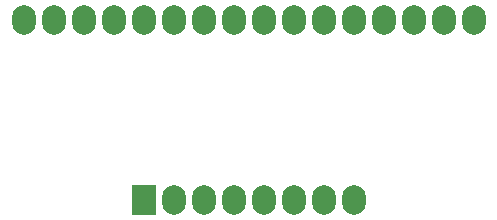
<source format=gbr>
%TF.GenerationSoftware,KiCad,Pcbnew,8.0.8-8.0.8-0~ubuntu20.04.1*%
%TF.CreationDate,2025-02-11T22:54:18+07:00*%
%TF.ProjectId,MUX-ADG706,4d55582d-4144-4473-9730-362e6b696361,rev?*%
%TF.SameCoordinates,Original*%
%TF.FileFunction,Soldermask,Bot*%
%TF.FilePolarity,Negative*%
%FSLAX46Y46*%
G04 Gerber Fmt 4.6, Leading zero omitted, Abs format (unit mm)*
G04 Created by KiCad (PCBNEW 8.0.8-8.0.8-0~ubuntu20.04.1) date 2025-02-11 22:54:18*
%MOMM*%
%LPD*%
G01*
G04 APERTURE LIST*
%ADD10O,2.000000X2.500000*%
%ADD11R,2.000000X2.500000*%
G04 APERTURE END LIST*
D10*
%TO.C,J2*%
X130048000Y-93472000D03*
X127508000Y-93472000D03*
X124968000Y-93472000D03*
X122428000Y-93472000D03*
X119888000Y-93472000D03*
X117348000Y-93472000D03*
X114808000Y-93472000D03*
X112268000Y-93472000D03*
X109728000Y-93472000D03*
X107188000Y-93472000D03*
X104648000Y-93472000D03*
X102108000Y-93472000D03*
X99568000Y-93472000D03*
X97028000Y-93472000D03*
X94488000Y-93472000D03*
X91948000Y-93472000D03*
%TD*%
D11*
%TO.C,J1*%
X102108000Y-108712000D03*
D10*
X104648000Y-108712000D03*
X107188000Y-108712000D03*
X109728000Y-108712000D03*
X112268000Y-108712000D03*
X114808000Y-108712000D03*
X117348000Y-108712000D03*
X119888000Y-108712000D03*
%TD*%
M02*

</source>
